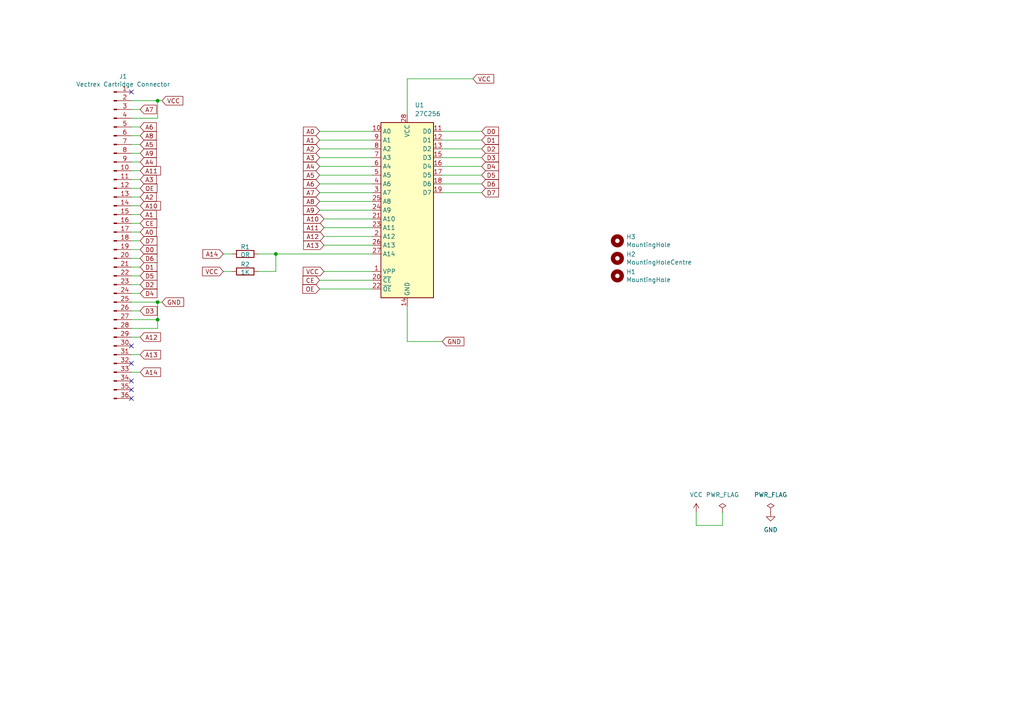
<source format=kicad_sch>
(kicad_sch (version 20231120) (generator "eeschema") (generator_version "8.0")
  (paper "A4")
  (title_block (title "Vectrex Eprom v1.0"))
  (lib_symbols
    (symbol "Connector:Conn_01x36_Male" (pin_names (offset 1.016) hide)
      (property "Reference" "J" (at 0 45.72 0))
      (property "Value" "Conn_01x36_Male" (at 0 -48.26 0))
      (symbol "Conn_01x36_Male_1_1"
        (polyline (pts (xy 1.27 -45.72) (xy 0.8636 -45.72)) (stroke (width 0.1524)))
        (polyline (pts (xy 1.27 -43.18) (xy 0.8636 -43.18)) (stroke (width 0.1524)))
        (polyline (pts (xy 1.27 -40.64) (xy 0.8636 -40.64)) (stroke (width 0.1524)))
        (polyline (pts (xy 1.27 -38.1) (xy 0.8636 -38.1)) (stroke (width 0.1524)))
        (polyline (pts (xy 1.27 -35.56) (xy 0.8636 -35.56)) (stroke (width 0.1524)))
        (polyline (pts (xy 1.27 -33.02) (xy 0.8636 -33.02)) (stroke (width 0.1524)))
        (polyline (pts (xy 1.27 -30.48) (xy 0.8636 -30.48)) (stroke (width 0.1524)))
        (polyline (pts (xy 1.27 -27.94) (xy 0.8636 -27.94)) (stroke (width 0.1524)))
        (polyline (pts (xy 1.27 -25.4) (xy 0.8636 -25.4)) (stroke (width 0.1524)))
        (polyline (pts (xy 1.27 -22.86) (xy 0.8636 -22.86)) (stroke (width 0.1524)))
        (polyline (pts (xy 1.27 -20.32) (xy 0.8636 -20.32)) (stroke (width 0.1524)))
        (polyline (pts (xy 1.27 -17.78) (xy 0.8636 -17.78)) (stroke (width 0.1524)))
        (polyline (pts (xy 1.27 -15.24) (xy 0.8636 -15.24)) (stroke (width 0.1524)))
        (polyline (pts (xy 1.27 -12.7) (xy 0.8636 -12.7)) (stroke (width 0.1524)))
        (polyline (pts (xy 1.27 -10.16) (xy 0.8636 -10.16)) (stroke (width 0.1524)))
        (polyline (pts (xy 1.27 -7.62) (xy 0.8636 -7.62)) (stroke (width 0.1524)))
        (polyline (pts (xy 1.27 -5.08) (xy 0.8636 -5.08)) (stroke (width 0.1524)))
        (polyline (pts (xy 1.27 -2.54) (xy 0.8636 -2.54)) (stroke (width 0.1524)))
        (polyline (pts (xy 1.27 0) (xy 0.8636 0)) (stroke (width 0.1524)))
        (polyline (pts (xy 1.27 2.54) (xy 0.8636 2.54)) (stroke (width 0.1524)))
        (polyline (pts (xy 1.27 5.08) (xy 0.8636 5.08)) (stroke (width 0.1524)))
        (polyline (pts (xy 1.27 7.62) (xy 0.8636 7.62)) (stroke (width 0.1524)))
        (polyline (pts (xy 1.27 10.16) (xy 0.8636 10.16)) (stroke (width 0.1524)))
        (polyline (pts (xy 1.27 12.7) (xy 0.8636 12.7)) (stroke (width 0.1524)))
        (polyline (pts (xy 1.27 15.24) (xy 0.8636 15.24)) (stroke (width 0.1524)))
        (polyline (pts (xy 1.27 17.78) (xy 0.8636 17.78)) (stroke (width 0.1524)))
        (polyline (pts (xy 1.27 20.32) (xy 0.8636 20.32)) (stroke (width 0.1524)))
        (polyline (pts (xy 1.27 22.86) (xy 0.8636 22.86)) (stroke (width 0.1524)))
        (polyline (pts (xy 1.27 25.4) (xy 0.8636 25.4)) (stroke (width 0.1524)))
        (polyline (pts (xy 1.27 27.94) (xy 0.8636 27.94)) (stroke (width 0.1524)))
        (polyline (pts (xy 1.27 30.48) (xy 0.8636 30.48)) (stroke (width 0.1524)))
        (polyline (pts (xy 1.27 33.02) (xy 0.8636 33.02)) (stroke (width 0.1524)))
        (polyline (pts (xy 1.27 35.56) (xy 0.8636 35.56)) (stroke (width 0.1524)))
        (polyline (pts (xy 1.27 38.1) (xy 0.8636 38.1)) (stroke (width 0.1524)))
        (polyline (pts (xy 1.27 40.64) (xy 0.8636 40.64)) (stroke (width 0.1524)))
        (polyline (pts (xy 1.27 43.18) (xy 0.8636 43.18)) (stroke (width 0.1524)))
        (rectangle (start 0.8636 -45.593) (end 0 -45.847) (stroke (width 0.1524)) (fill (type outline)))
        (rectangle (start 0.8636 -43.053) (end 0 -43.307) (stroke (width 0.1524)) (fill (type outline)))
        (rectangle (start 0.8636 -40.513) (end 0 -40.767) (stroke (width 0.1524)) (fill (type outline)))
        (rectangle (start 0.8636 -37.973) (end 0 -38.227) (stroke (width 0.1524)) (fill (type outline)))
        (rectangle (start 0.8636 -35.433) (end 0 -35.687) (stroke (width 0.1524)) (fill (type outline)))
        (rectangle (start 0.8636 -32.893) (end 0 -33.147) (stroke (width 0.1524)) (fill (type outline)))
        (rectangle (start 0.8636 -30.353) (end 0 -30.607) (stroke (width 0.1524)) (fill (type outline)))
        (rectangle (start 0.8636 -27.813) (end 0 -28.067) (stroke (width 0.1524)) (fill (type outline)))
        (rectangle (start 0.8636 -25.273) (end 0 -25.527) (stroke (width 0.1524)) (fill (type outline)))
        (rectangle (start 0.8636 -22.733) (end 0 -22.987) (stroke (width 0.1524)) (fill (type outline)))
        (rectangle (start 0.8636 -20.193) (end 0 -20.447) (stroke (width 0.1524)) (fill (type outline)))
        (rectangle (start 0.8636 -17.653) (end 0 -17.907) (stroke (width 0.1524)) (fill (type outline)))
        (rectangle (start 0.8636 -15.113) (end 0 -15.367) (stroke (width 0.1524)) (fill (type outline)))
        (rectangle (start 0.8636 -12.573) (end 0 -12.827) (stroke (width 0.1524)) (fill (type outline)))
        (rectangle (start 0.8636 -10.033) (end 0 -10.287) (stroke (width 0.1524)) (fill (type outline)))
        (rectangle (start 0.8636 -7.493) (end 0 -7.747) (stroke (width 0.1524)) (fill (type outline)))
        (rectangle (start 0.8636 -4.953) (end 0 -5.207) (stroke (width 0.1524)) (fill (type outline)))
        (rectangle (start 0.8636 -2.413) (end 0 -2.667) (stroke (width 0.1524)) (fill (type outline)))
        (rectangle (start 0.8636 0.127) (end 0 -0.127) (stroke (width 0.1524)) (fill (type outline)))
        (rectangle (start 0.8636 2.667) (end 0 2.413) (stroke (width 0.1524)) (fill (type outline)))
        (rectangle (start 0.8636 5.207) (end 0 4.953) (stroke (width 0.1524)) (fill (type outline)))
        (rectangle (start 0.8636 7.747) (end 0 7.493) (stroke (width 0.1524)) (fill (type outline)))
        (rectangle (start 0.8636 10.287) (end 0 10.033) (stroke (width 0.1524)) (fill (type outline)))
        (rectangle (start 0.8636 12.827) (end 0 12.573) (stroke (width 0.1524)) (fill (type outline)))
        (rectangle (start 0.8636 15.367) (end 0 15.113) (stroke (width 0.1524)) (fill (type outline)))
        (rectangle (start 0.8636 17.907) (end 0 17.653) (stroke (width 0.1524)) (fill (type outline)))
        (rectangle (start 0.8636 20.447) (end 0 20.193) (stroke (width 0.1524)) (fill (type outline)))
        (rectangle (start 0.8636 22.987) (end 0 22.733) (stroke (width 0.1524)) (fill (type outline)))
        (rectangle (start 0.8636 25.527) (end 0 25.273) (stroke (width 0.1524)) (fill (type outline)))
        (rectangle (start 0.8636 28.067) (end 0 27.813) (stroke (width 0.1524)) (fill (type outline)))
        (rectangle (start 0.8636 30.607) (end 0 30.353) (stroke (width 0.1524)) (fill (type outline)))
        (rectangle (start 0.8636 33.147) (end 0 32.893) (stroke (width 0.1524)) (fill (type outline)))
        (rectangle (start 0.8636 35.687) (end 0 35.433) (stroke (width 0.1524)) (fill (type outline)))
        (rectangle (start 0.8636 38.227) (end 0 37.973) (stroke (width 0.1524)) (fill (type outline)))
        (rectangle (start 0.8636 40.767) (end 0 40.513) (stroke (width 0.1524)) (fill (type outline)))
        (rectangle (start 0.8636 43.307) (end 0 43.053) (stroke (width 0.1524)) (fill (type outline)))
        (pin passive line (at 5.08 43.18 180) (length 3.81) (name "Pin_1") (number "1"))
        (pin passive line (at 5.08 20.32 180) (length 3.81) (name "Pin_10") (number "10"))
        (pin passive line (at 5.08 17.78 180) (length 3.81) (name "Pin_11") (number "11"))
        (pin passive line (at 5.08 15.24 180) (length 3.81) (name "Pin_12") (number "12"))
        (pin passive line (at 5.08 12.7 180) (length 3.81) (name "Pin_13") (number "13"))
        (pin passive line (at 5.08 10.16 180) (length 3.81) (name "Pin_14") (number "14"))
        (pin passive line (at 5.08 7.62 180) (length 3.81) (name "Pin_15") (number "15"))
        (pin passive line (at 5.08 5.08 180) (length 3.81) (name "Pin_16") (number "16"))
        (pin passive line (at 5.08 2.54 180) (length 3.81) (name "Pin_17") (number "17"))
        (pin passive line (at 5.08 0 180) (length 3.81) (name "Pin_18") (number "18"))
        (pin passive line (at 5.08 -2.54 180) (length 3.81) (name "Pin_19") (number "19"))
        (pin passive line (at 5.08 40.64 180) (length 3.81) (name "Pin_2") (number "2"))
        (pin passive line (at 5.08 -5.08 180) (length 3.81) (name "Pin_20") (number "20"))
        (pin passive line (at 5.08 -7.62 180) (length 3.81) (name "Pin_21") (number "21"))
        (pin passive line (at 5.08 -10.16 180) (length 3.81) (name "Pin_22") (number "22"))
        (pin passive line (at 5.08 -12.7 180) (length 3.81) (name "Pin_23") (number "23"))
        (pin passive line (at 5.08 -15.24 180) (length 3.81) (name "Pin_24") (number "24"))
        (pin passive line (at 5.08 -17.78 180) (length 3.81) (name "Pin_25") (number "25"))
        (pin passive line (at 5.08 -20.32 180) (length 3.81) (name "Pin_26") (number "26"))
        (pin passive line (at 5.08 -22.86 180) (length 3.81) (name "Pin_27") (number "27"))
        (pin passive line (at 5.08 -25.4 180) (length 3.81) (name "Pin_28") (number "28"))
        (pin passive line (at 5.08 -27.94 180) (length 3.81) (name "Pin_29") (number "29"))
        (pin passive line (at 5.08 38.1 180) (length 3.81) (name "Pin_3") (number "3"))
        (pin passive line (at 5.08 -30.48 180) (length 3.81) (name "Pin_30") (number "30"))
        (pin passive line (at 5.08 -33.02 180) (length 3.81) (name "Pin_31") (number "31"))
        (pin passive line (at 5.08 -35.56 180) (length 3.81) (name "Pin_32") (number "32"))
        (pin passive line (at 5.08 -38.1 180) (length 3.81) (name "Pin_33") (number "33"))
        (pin passive line (at 5.08 -40.64 180) (length 3.81) (name "Pin_34") (number "34"))
        (pin passive line (at 5.08 -43.18 180) (length 3.81) (name "Pin_35") (number "35"))
        (pin passive line (at 5.08 -45.72 180) (length 3.81) (name "Pin_36") (number "36"))
        (pin passive line (at 5.08 35.56 180) (length 3.81) (name "Pin_4") (number "4"))
        (pin passive line (at 5.08 33.02 180) (length 3.81) (name "Pin_5") (number "5"))
        (pin passive line (at 5.08 30.48 180) (length 3.81) (name "Pin_6") (number "6"))
        (pin passive line (at 5.08 27.94 180) (length 3.81) (name "Pin_7") (number "7"))
        (pin passive line (at 5.08 25.4 180) (length 3.81) (name "Pin_8") (number "8"))
        (pin passive line (at 5.08 22.86 180) (length 3.81) (name "Pin_9") (number "9"))
      )
    )
    (symbol "Device:R" (pin_numbers hide) (pin_names (offset 0))
      (property "Reference" "R" (at 2.032 0 90))
      (property "Value" "R" (at 0 0 90))
      (symbol "R_0_1"
        (rectangle (start -1.016 -2.54) (end 1.016 2.54) (stroke (width 0.254)))
      )
      (symbol "R_1_1"
        (pin passive line (at 0 3.81 270) (length 1.27) (name "~") (number "1"))
        (pin passive line (at 0 -3.81 90) (length 1.27) (name "~") (number "2"))
      )
    )
    (symbol "Mechanical:MountingHole" (pin_names (offset 1.016)) (exclude_from_sim yes) (in_bom no)
      (property "Reference" "H" (at 0 5.08 0))
      (property "Value" "MountingHole" (at 0 3.175 0))
      (symbol "MountingHole_0_1"
        (circle (center 0 0) (radius 1.27) (stroke (width 1.27)))
      )
    )
    (symbol "Memory_EPROM:27C256"
      (property "Reference" "U" (at -7.62 26.67 0))
      (property "Value" "27C256" (at 2.54 -26.67 0))
      (symbol "27C256_1_1"
        (rectangle (start -7.62 25.4) (end 7.62 -25.4) (stroke (width 0.254)) (fill (type background)))
        (pin input line (at -10.16 -17.78 0) (length 2.54) (name "VPP") (number "1"))
        (pin input line (at -10.16 22.86 0) (length 2.54) (name "A0") (number "10"))
        (pin tri_state line (at 10.16 22.86 180) (length 2.54) (name "D0") (number "11"))
        (pin tri_state line (at 10.16 20.32 180) (length 2.54) (name "D1") (number "12"))
        (pin tri_state line (at 10.16 17.78 180) (length 2.54) (name "D2") (number "13"))
        (pin power_in line (at 0 -27.94 90) (length 2.54) (name "GND") (number "14"))
        (pin tri_state line (at 10.16 15.24 180) (length 2.54) (name "D3") (number "15"))
        (pin tri_state line (at 10.16 12.7 180) (length 2.54) (name "D4") (number "16"))
        (pin tri_state line (at 10.16 10.16 180) (length 2.54) (name "D5") (number "17"))
        (pin tri_state line (at 10.16 7.62 180) (length 2.54) (name "D6") (number "18"))
        (pin tri_state line (at 10.16 5.08 180) (length 2.54) (name "D7") (number "19"))
        (pin input line (at -10.16 -7.62 0) (length 2.54) (name "A12") (number "2"))
        (pin input line (at -10.16 -20.32 0) (length 2.54) (name "~{CE}") (number "20"))
        (pin input line (at -10.16 -2.54 0) (length 2.54) (name "A10") (number "21"))
        (pin input line (at -10.16 -22.86 0) (length 2.54) (name "~{OE}") (number "22"))
        (pin input line (at -10.16 -5.08 0) (length 2.54) (name "A11") (number "23"))
        (pin input line (at -10.16 0 0) (length 2.54) (name "A9") (number "24"))
        (pin input line (at -10.16 2.54 0) (length 2.54) (name "A8") (number "25"))
        (pin input line (at -10.16 -10.16 0) (length 2.54) (name "A13") (number "26"))
        (pin input line (at -10.16 -12.7 0) (length 2.54) (name "A14") (number "27"))
        (pin power_in line (at 0 27.94 270) (length 2.54) (name "VCC") (number "28"))
        (pin input line (at -10.16 5.08 0) (length 2.54) (name "A7") (number "3"))
        (pin input line (at -10.16 7.62 0) (length 2.54) (name "A6") (number "4"))
        (pin input line (at -10.16 10.16 0) (length 2.54) (name "A5") (number "5"))
        (pin input line (at -10.16 12.7 0) (length 2.54) (name "A4") (number "6"))
        (pin input line (at -10.16 15.24 0) (length 2.54) (name "A3") (number "7"))
        (pin input line (at -10.16 17.78 0) (length 2.54) (name "A2") (number "8"))
        (pin input line (at -10.16 20.32 0) (length 2.54) (name "A1") (number "9"))
      )
    )
    (symbol "power:GND" (power) (pin_numbers hide) (pin_names (offset 0) hide)
      (property "Value" "GND" (at 0 -3.81 0))
      (symbol "GND_0_1"
        (polyline (pts (xy 0 0) (xy 0 -1.27) (xy 1.27 -1.27) (xy 0 -2.54) (xy -1.27 -1.27) (xy 0 -1.27)))
      )
      (symbol "GND_1_1"
        (pin power_in line (at 0 0 270) (length 0) (name "~") (number "1"))
      )
    )
    (symbol "power:PWR_FLAG" (power) (pin_numbers hide) (pin_names (offset 0) hide)
      (property "Value" "PWR_FLAG" (at 0 3.81 0))
      (symbol "PWR_FLAG_0_0"
        (pin power_out line (at 0 0 90) (length 0) (name "~") (number "1"))
      )
      (symbol "PWR_FLAG_0_1"
        (polyline (pts (xy 0 0) (xy 0 1.27) (xy -1.016 1.905) (xy 0 2.54) (xy 1.016 1.905) (xy 0 1.27)))
      )
    )
    (symbol "power:VCC" (power) (pin_numbers hide) (pin_names (offset 0) hide)
      (property "Value" "VCC" (at 0 3.556 0))
      (symbol "VCC_0_1"
        (polyline (pts (xy -0.762 1.27) (xy 0 2.54)))
        (polyline (pts (xy 0 0) (xy 0 2.54)))
        (polyline (pts (xy 0 2.54) (xy 0.762 1.27)))
      )
      (symbol "VCC_1_1"
        (pin power_in line (at 0 0 90) (length 0) (name "~") (number "1"))
      )
    )
  )
  (junction (at 45.72 87.63))
  (junction (at 45.72 92.71))
  (junction (at 80.01 73.66))
  (junction (at 45.72 29.21))
  (no_connect (at 38.1 26.67))
  (no_connect (at 38.1 115.57))
  (no_connect (at 38.1 113.03))
  (no_connect (at 38.1 105.41))
  (no_connect (at 38.1 110.49))
  (no_connect (at 38.1 100.33))
  (wire (pts (xy 93.98 71.12) (xy 107.95 71.12)))
  (wire (pts (xy 38.1 90.17) (xy 40.64 90.17)))
  (wire (pts (xy 128.27 50.8) (xy 139.7 50.8)))
  (wire (pts (xy 92.71 81.28) (xy 107.95 81.28)))
  (wire (pts (xy 92.71 38.1) (xy 107.95 38.1)))
  (wire (pts (xy 38.1 102.87) (xy 40.64 102.87)))
  (wire (pts (xy 209.55 148.59) (xy 209.55 152.4)))
  (wire (pts (xy 92.71 55.88) (xy 107.95 55.88)))
  (wire (pts (xy 45.72 92.71) (xy 45.72 87.63)))
  (wire (pts (xy 38.1 107.95) (xy 40.64 107.95)))
  (wire (pts (xy 38.1 39.37) (xy 40.64 39.37)))
  (wire (pts (xy 74.93 73.66) (xy 80.01 73.66)))
  (wire (pts (xy 45.72 87.63) (xy 38.1 87.63)))
  (wire (pts (xy 38.1 72.39) (xy 40.64 72.39)))
  (wire (pts (xy 38.1 74.93) (xy 40.64 74.93)))
  (wire (pts (xy 93.98 68.58) (xy 107.95 68.58)))
  (wire (pts (xy 128.27 43.18) (xy 139.7 43.18)))
  (wire (pts (xy 38.1 92.71) (xy 45.72 92.71)))
  (wire (pts (xy 38.1 95.25) (xy 45.72 95.25)))
  (wire (pts (xy 64.77 78.74) (xy 67.31 78.74)))
  (wire (pts (xy 128.27 48.26) (xy 139.7 48.26)))
  (wire (pts (xy 38.1 80.01) (xy 40.64 80.01)))
  (wire (pts (xy 38.1 59.69) (xy 40.64 59.69)))
  (wire (pts (xy 92.71 58.42) (xy 107.95 58.42)))
  (wire (pts (xy 92.71 48.26) (xy 107.95 48.26)))
  (wire (pts (xy 80.01 73.66) (xy 80.01 78.74)))
  (wire (pts (xy 38.1 82.55) (xy 40.64 82.55)))
  (wire (pts (xy 45.72 34.29) (xy 45.72 29.21)))
  (wire (pts (xy 137.16 22.86) (xy 118.11 22.86)))
  (wire (pts (xy 38.1 36.83) (xy 40.64 36.83)))
  (wire (pts (xy 209.55 152.4) (xy 201.93 152.4)))
  (wire (pts (xy 38.1 46.99) (xy 40.64 46.99)))
  (wire (pts (xy 38.1 77.47) (xy 40.64 77.47)))
  (wire (pts (xy 38.1 67.31) (xy 40.64 67.31)))
  (wire (pts (xy 93.98 66.04) (xy 107.95 66.04)))
  (wire (pts (xy 128.27 38.1) (xy 139.7 38.1)))
  (wire (pts (xy 64.77 73.66) (xy 67.31 73.66)))
  (wire (pts (xy 118.11 88.9) (xy 118.11 99.06)))
  (wire (pts (xy 92.71 60.96) (xy 107.95 60.96)))
  (wire (pts (xy 38.1 34.29) (xy 45.72 34.29)))
  (wire (pts (xy 128.27 99.06) (xy 118.11 99.06)))
  (wire (pts (xy 128.27 40.64) (xy 139.7 40.64)))
  (wire (pts (xy 45.72 95.25) (xy 45.72 92.71)))
  (wire (pts (xy 128.27 55.88) (xy 139.7 55.88)))
  (wire (pts (xy 92.71 45.72) (xy 107.95 45.72)))
  (wire (pts (xy 92.71 50.8) (xy 107.95 50.8)))
  (wire (pts (xy 128.27 53.34) (xy 139.7 53.34)))
  (wire (pts (xy 92.71 83.82) (xy 107.95 83.82)))
  (wire (pts (xy 38.1 49.53) (xy 40.64 49.53)))
  (wire (pts (xy 93.98 63.5) (xy 107.95 63.5)))
  (wire (pts (xy 92.71 40.64) (xy 107.95 40.64)))
  (wire (pts (xy 201.93 152.4) (xy 201.93 148.59)))
  (wire (pts (xy 38.1 64.77) (xy 40.64 64.77)))
  (wire (pts (xy 92.71 53.34) (xy 107.95 53.34)))
  (wire (pts (xy 38.1 62.23) (xy 40.64 62.23)))
  (wire (pts (xy 38.1 29.21) (xy 45.72 29.21)))
  (wire (pts (xy 93.98 78.74) (xy 107.95 78.74)))
  (wire (pts (xy 80.01 73.66) (xy 107.95 73.66)))
  (wire (pts (xy 38.1 69.85) (xy 40.64 69.85)))
  (wire (pts (xy 46.99 87.63) (xy 45.72 87.63)))
  (wire (pts (xy 38.1 97.79) (xy 40.64 97.79)))
  (wire (pts (xy 38.1 57.15) (xy 40.64 57.15)))
  (wire (pts (xy 38.1 85.09) (xy 40.64 85.09)))
  (wire (pts (xy 38.1 44.45) (xy 40.64 44.45)))
  (wire (pts (xy 38.1 52.07) (xy 40.64 52.07)))
  (wire (pts (xy 92.71 43.18) (xy 107.95 43.18)))
  (wire (pts (xy 45.72 29.21) (xy 46.99 29.21)))
  (wire (pts (xy 118.11 22.86) (xy 118.11 33.02)))
  (wire (pts (xy 128.27 45.72) (xy 139.7 45.72)))
  (wire (pts (xy 80.01 78.74) (xy 74.93 78.74)))
  (wire (pts (xy 40.64 31.75) (xy 38.1 31.75)))
  (wire (pts (xy 38.1 54.61) (xy 40.64 54.61)))
  (wire (pts (xy 38.1 41.91) (xy 40.64 41.91)))
  (global_label "VCC" (shape input) (at 137.16 22.86 0) (property "Intersheetrefs" "${INTERSHEET_REFS}" (effects (hide yes))))
  (global_label "D7" (shape input) (at 40.64 69.85 0) (property "Intersheetrefs" "${INTERSHEET_REFS}" (effects (hide yes))))
  (global_label "A4" (shape input) (at 40.64 46.99 0) (property "Intersheetrefs" "${INTERSHEET_REFS}" (effects (hide yes))))
  (global_label "A9" (shape input) (at 92.71 60.96 180) (property "Intersheetrefs" "${INTERSHEET_REFS}" (effects (hide yes))))
  (global_label "D4" (shape input) (at 139.7 48.26 0) (property "Intersheetrefs" "${INTERSHEET_REFS}" (effects (hide yes))))
  (global_label "A10" (shape input) (at 40.64 59.69 0) (property "Intersheetrefs" "${INTERSHEET_REFS}" (effects (hide yes))))
  (global_label "A2" (shape input) (at 92.71 43.18 180) (property "Intersheetrefs" "${INTERSHEET_REFS}" (effects (hide yes))))
  (global_label "A14" (shape input) (at 64.77 73.66 180) (property "Intersheetrefs" "${INTERSHEET_REFS}" (effects (hide yes))))
  (global_label "A3" (shape input) (at 92.71 45.72 180) (property "Intersheetrefs" "${INTERSHEET_REFS}" (effects (hide yes))))
  (global_label "A8" (shape input) (at 92.71 58.42 180) (property "Intersheetrefs" "${INTERSHEET_REFS}" (effects (hide yes))))
  (global_label "CE" (shape input) (at 92.71 81.28 180) (property "Intersheetrefs" "${INTERSHEET_REFS}" (effects (hide yes))))
  (global_label "A1" (shape input) (at 40.64 62.23 0) (property "Intersheetrefs" "${INTERSHEET_REFS}" (effects (hide yes))))
  (global_label "A7" (shape input) (at 92.71 55.88 180) (property "Intersheetrefs" "${INTERSHEET_REFS}" (effects (hide yes))))
  (global_label "D4" (shape input) (at 40.64 85.09 0) (property "Intersheetrefs" "${INTERSHEET_REFS}" (effects (hide yes))))
  (global_label "A6" (shape input) (at 92.71 53.34 180) (property "Intersheetrefs" "${INTERSHEET_REFS}" (effects (hide yes))))
  (global_label "GND" (shape input) (at 128.27 99.06 0) (property "Intersheetrefs" "${INTERSHEET_REFS}" (effects (hide yes))))
  (global_label "A8" (shape input) (at 40.64 39.37 0) (property "Intersheetrefs" "${INTERSHEET_REFS}" (effects (hide yes))))
  (global_label "A7" (shape input) (at 40.64 31.75 0) (property "Intersheetrefs" "${INTERSHEET_REFS}" (effects (hide yes))))
  (global_label "CE" (shape input) (at 40.64 64.77 0) (property "Intersheetrefs" "${INTERSHEET_REFS}" (effects (hide yes))))
  (global_label "A0" (shape input) (at 40.64 67.31 0) (property "Intersheetrefs" "${INTERSHEET_REFS}" (effects (hide yes))))
  (global_label "D7" (shape input) (at 139.7 55.88 0) (property "Intersheetrefs" "${INTERSHEET_REFS}" (effects (hide yes))))
  (global_label "D3" (shape input) (at 40.64 90.17 0) (property "Intersheetrefs" "${INTERSHEET_REFS}" (effects (hide yes))))
  (global_label "A5" (shape input) (at 40.64 41.91 0) (property "Intersheetrefs" "${INTERSHEET_REFS}" (effects (hide yes))))
  (global_label "D6" (shape input) (at 139.7 53.34 0) (property "Intersheetrefs" "${INTERSHEET_REFS}" (effects (hide yes))))
  (global_label "A3" (shape input) (at 40.64 52.07 0) (property "Intersheetrefs" "${INTERSHEET_REFS}" (effects (hide yes))))
  (global_label "D1" (shape input) (at 139.7 40.64 0) (property "Intersheetrefs" "${INTERSHEET_REFS}" (effects (hide yes))))
  (global_label "GND" (shape input) (at 46.99 87.63 0) (property "Intersheetrefs" "${INTERSHEET_REFS}" (effects (hide yes))))
  (global_label "D0" (shape input) (at 139.7 38.1 0) (property "Intersheetrefs" "${INTERSHEET_REFS}" (effects (hide yes))))
  (global_label "A12" (shape input) (at 40.64 97.79 0) (property "Intersheetrefs" "${INTERSHEET_REFS}" (effects (hide yes))))
  (global_label "D0" (shape input) (at 40.64 72.39 0) (property "Intersheetrefs" "${INTERSHEET_REFS}" (effects (hide yes))))
  (global_label "A4" (shape input) (at 92.71 48.26 180) (property "Intersheetrefs" "${INTERSHEET_REFS}" (effects (hide yes))))
  (global_label "VCC" (shape input) (at 64.77 78.74 180) (property "Intersheetrefs" "${INTERSHEET_REFS}" (effects (hide yes))))
  (global_label "A1" (shape input) (at 92.71 40.64 180) (property "Intersheetrefs" "${INTERSHEET_REFS}" (effects (hide yes))))
  (global_label "A13" (shape input) (at 93.98 71.12 180) (property "Intersheetrefs" "${INTERSHEET_REFS}" (effects (hide yes))))
  (global_label "A10" (shape input) (at 93.98 63.5 180) (property "Intersheetrefs" "${INTERSHEET_REFS}" (effects (hide yes))))
  (global_label "D5" (shape input) (at 139.7 50.8 0) (property "Intersheetrefs" "${INTERSHEET_REFS}" (effects (hide yes))))
  (global_label "D6" (shape input) (at 40.64 74.93 0) (property "Intersheetrefs" "${INTERSHEET_REFS}" (effects (hide yes))))
  (global_label "A2" (shape input) (at 40.64 57.15 0) (property "Intersheetrefs" "${INTERSHEET_REFS}" (effects (hide yes))))
  (global_label "D2" (shape input) (at 40.64 82.55 0) (property "Intersheetrefs" "${INTERSHEET_REFS}" (effects (hide yes))))
  (global_label "A13" (shape input) (at 40.64 102.87 0) (property "Intersheetrefs" "${INTERSHEET_REFS}" (effects (hide yes))))
  (global_label "VCC" (shape input) (at 93.98 78.74 180) (property "Intersheetrefs" "${INTERSHEET_REFS}" (effects (hide yes))))
  (global_label "OE" (shape input) (at 40.64 54.61 0) (property "Intersheetrefs" "${INTERSHEET_REFS}" (effects (hide yes))))
  (global_label "D1" (shape input) (at 40.64 77.47 0) (property "Intersheetrefs" "${INTERSHEET_REFS}" (effects (hide yes))))
  (global_label "D2" (shape input) (at 139.7 43.18 0) (property "Intersheetrefs" "${INTERSHEET_REFS}" (effects (hide yes))))
  (global_label "A14" (shape input) (at 40.64 107.95 0) (property "Intersheetrefs" "${INTERSHEET_REFS}" (effects (hide yes))))
  (global_label "A6" (shape input) (at 40.64 36.83 0) (property "Intersheetrefs" "${INTERSHEET_REFS}" (effects (hide yes))))
  (global_label "A11" (shape input) (at 40.64 49.53 0) (property "Intersheetrefs" "${INTERSHEET_REFS}" (effects (hide yes))))
  (global_label "A11" (shape input) (at 93.98 66.04 180) (property "Intersheetrefs" "${INTERSHEET_REFS}" (effects (hide yes))))
  (global_label "OE" (shape input) (at 92.71 83.82 180) (property "Intersheetrefs" "${INTERSHEET_REFS}" (effects (hide yes))))
  (global_label "A9" (shape input) (at 40.64 44.45 0) (property "Intersheetrefs" "${INTERSHEET_REFS}" (effects (hide yes))))
  (global_label "A5" (shape input) (at 92.71 50.8 180) (property "Intersheetrefs" "${INTERSHEET_REFS}" (effects (hide yes))))
  (global_label "D5" (shape input) (at 40.64 80.01 0) (property "Intersheetrefs" "${INTERSHEET_REFS}" (effects (hide yes))))
  (global_label "A0" (shape input) (at 92.71 38.1 180) (property "Intersheetrefs" "${INTERSHEET_REFS}" (effects (hide yes))))
  (global_label "VCC" (shape input) (at 46.99 29.21 0) (property "Intersheetrefs" "${INTERSHEET_REFS}" (effects (hide yes))))
  (global_label "D3" (shape input) (at 139.7 45.72 0) (property "Intersheetrefs" "${INTERSHEET_REFS}" (effects (hide yes))))
  (global_label "A12" (shape input) (at 93.98 68.58 180) (property "Intersheetrefs" "${INTERSHEET_REFS}" (effects (hide yes))))
  (symbol (lib_id "Connector:Conn_01x36_Male") (at 33.02 69.85 0) (unit 1)
    (property "Reference" "J1" (at 35.7124 22.1488 0))
    (property "Value" "Vectrex Cartridge Connector" (at 35.7124 24.4602 0))
    (property "Footprint" "vectrex:VECTREX_CART" (effects (hide yes)))
  )
  (symbol (lib_id "Mechanical:MountingHole") (at 179.07 74.93 0) (unit 1)
    (property "Reference" "H2" (at 181.61 73.7616 0) (effects (justify left)))
    (property "Value" "MountingHoleCentre" (at 181.61 76.073 0) (effects (justify left)))
    (property "Footprint" "MountingHole:MountingHole_5.3mm_M5" (effects (hide yes)))
    (property "Description" "Mounting Hole without connection" (effects (hide yes)))
  )
  (symbol (lib_id "Mechanical:MountingHole") (at 179.07 80.01 0) (unit 1)
    (property "Reference" "H1" (at 181.61 78.8416 0) (effects (justify left)))
    (property "Value" "MountingHole" (at 181.61 81.153 0) (effects (justify left)))
    (property "Footprint" "MountingHole:MountingHole_3.7mm" (effects (hide yes)))
    (property "Description" "Mounting Hole without connection" (effects (hide yes)))
  )
  (symbol (lib_id "Mechanical:MountingHole") (at 179.07 69.85 0) (unit 1)
    (property "Reference" "H3" (at 181.61 68.6816 0) (effects (justify left)))
    (property "Value" "MountingHole" (at 181.61 70.993 0) (effects (justify left)))
    (property "Footprint" "MountingHole:MountingHole_3.7mm" (effects (hide yes)))
    (property "Description" "Mounting Hole without connection" (effects (hide yes)))
  )
  (symbol (lib_id "Device:R") (at 71.12 73.66 270) (unit 1)
    (property "Reference" "R1" (at 71.12 71.628 90))
    (property "Value" "OR" (at 71.12 73.914 90))
    (property "Footprint" "Resistor_SMD:R_0402_1005Metric" (effects (hide yes)))
    (property "Description" "Resistor" (effects (hide yes)))
  )
  (symbol (lib_id "power:GND") (at 223.52 148.59 0) (unit 1)
    (property "Reference" "#PWR0102" (effects (hide yes)))
    (property "Value" "GND" (at 223.52 153.67 0))
    (property "Description" "Power symbol creates a global label with name \"GND\" , ground" (effects (hide yes)))
  )
  (symbol (lib_id "power:VCC") (at 201.93 148.59 0) (unit 1)
    (property "Reference" "#PWR0101" (effects (hide yes)))
    (property "Value" "VCC" (at 201.93 143.51 0))
    (property "Description" "Power symbol creates a global label with name \"VCC\"" (effects (hide yes)))
  )
  (symbol (lib_id "power:PWR_FLAG") (at 223.52 148.59 0) (unit 1)
    (property "Reference" "#FLG0102" (effects (hide yes)))
    (property "Value" "PWR_FLAG" (at 223.52 143.51 0))
    (property "Description" "Special symbol for telling ERC where power comes from" (effects (hide yes)))
  )
  (symbol (lib_id "power:PWR_FLAG") (at 209.55 148.59 0) (unit 1)
    (property "Reference" "#FLG0101" (effects (hide yes)))
    (property "Value" "PWR_FLAG" (at 209.55 143.51 0))
    (property "Description" "Special symbol for telling ERC where power comes from" (effects (hide yes)))
  )
  (symbol (lib_id "Device:R") (at 71.12 78.74 270) (unit 1)
    (property "Reference" "R2" (at 71.12 76.708 90))
    (property "Value" "1K" (at 71.12 78.994 90))
    (property "Footprint" "Resistor_THT:R_Axial_DIN0204_L3.6mm_D1.6mm_P5.08mm_Horizontal" (effects (hide yes)))
    (property "Description" "Resistor" (effects (hide yes)))
  )
  (symbol (lib_id "Memory_EPROM:27C256") (at 118.11 60.96 0) (unit 1)
    (property "Reference" "U1" (at 120.3041 30.48 0) (effects (justify left)))
    (property "Value" "27C256" (at 120.3041 33.02 0) (effects (justify left)))
    (property "Footprint" "Package_DIP:DIP-28_W15.24mm" (effects (hide yes)))
    (property "Datasheet" "http://ww1.microchip.com/downloads/en/DeviceDoc/doc0014.pdf" (effects (hide yes)))
    (property "Description" "OTP EPROM 256 KiBit" (effects (hide yes)))
  )
)
</source>
